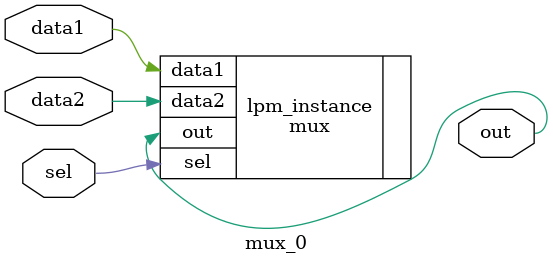
<source format=v>



module mux_0(data1,data2,sel,out);
input data1;
input data2;
input sel;
output out;

mux	lpm_instance(.data1(data1),.data2(data2),.sel(sel),.out(out));

endmodule

</source>
